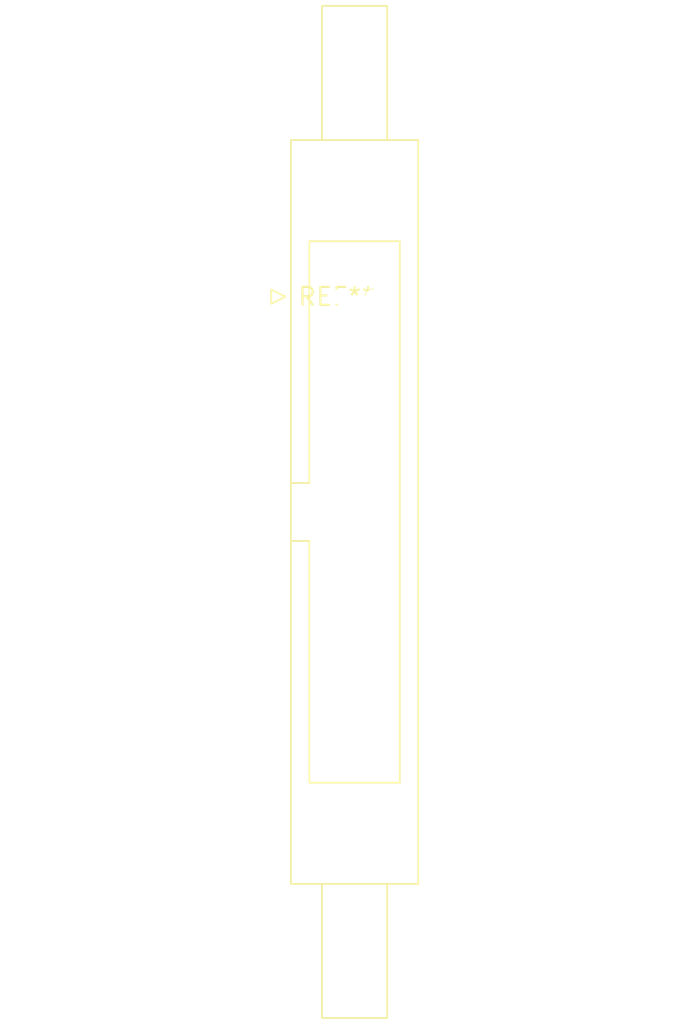
<source format=kicad_pcb>
(kicad_pcb (version 20240108) (generator pcbnew)
  (layers (0 "F.Cu" signal) (31 "B.Cu" signal) (34 "B.Paste" user) (35 "F.Paste" user) (36 "B.SilkS" user "B.Silkscreen") (37 "F.SilkS" user "F.Silkscreen") (38 "B.Mask" user) (39 "F.Mask" user) (44 "Edge.Cuts" user))
  (net 0 "")
  (footprint "IDC-Header_2x13_P2.54mm_Latch9.5mm_Vertical" (layer "F.Cu") (at 0 0)
    (property "Reference" "REF**")
    (property "Value" "IDC-Header_2x13_P2.54mm_Latch9.5mm_Vertical")
    (fp_line (start -4.63 -0.5) (end -4.63 0.5) (layer "F.SilkS") (stroke (width 0.12)))
    (fp_line (start -4.63 0.5) (end -3.63 0) (layer "F.SilkS") (stroke (width 0.12)))
    (fp_line (start -3.63 0) (end -4.63 -0.5) (layer "F.SilkS") (stroke (width 0.12)))
    (fp_line (start -3.24 -11.08) (end 5.78 -11.08) (layer "F.SilkS") (stroke (width 0.12)))
    (fp_line (start -3.24 13.19) (end -1.93 13.19) (layer "F.SilkS") (stroke (width 0.12)))
    (fp_line (start -3.24 41.56) (end -3.24 -11.08) (layer "F.SilkS") (stroke (width 0.12)))
    (fp_line (start -1.93 -3.92) (end 4.47 -3.92) (layer "F.SilkS") (stroke (width 0.12)))
    (fp_line (start -1.93 13.19) (end -1.93 -3.92) (layer "F.SilkS") (stroke (width 0.12)))
    (fp_line (start -1.93 17.29) (end -3.24 17.29) (layer "F.SilkS") (stroke (width 0.12)))
    (fp_line (start -1.93 17.29) (end -1.93 17.29) (layer "F.SilkS") (stroke (width 0.12)))
    (fp_line (start -1.93 34.4) (end -1.93 17.29) (layer "F.SilkS") (stroke (width 0.12)))
    (fp_line (start -1.04 -20.58) (end 3.58 -20.58) (layer "F.SilkS") (stroke (width 0.12)))
    (fp_line (start -1.04 -11.08) (end -1.04 -20.58) (layer "F.SilkS") (stroke (width 0.12)))
    (fp_line (start -1.04 41.56) (end -1.04 51.06) (layer "F.SilkS") (stroke (width 0.12)))
    (fp_line (start -1.04 51.06) (end 3.58 51.06) (layer "F.SilkS") (stroke (width 0.12)))
    (fp_line (start 3.58 -20.58) (end 3.58 -11.08) (layer "F.SilkS") (stroke (width 0.12)))
    (fp_line (start 3.58 51.06) (end 3.58 41.56) (layer "F.SilkS") (stroke (width 0.12)))
    (fp_line (start 4.47 -3.92) (end 4.47 34.4) (layer "F.SilkS") (stroke (width 0.12)))
    (fp_line (start 4.47 34.4) (end -1.93 34.4) (layer "F.SilkS") (stroke (width 0.12)))
    (fp_line (start 5.78 -11.08) (end 5.78 41.56) (layer "F.SilkS") (stroke (width 0.12)))
    (fp_line (start 5.78 41.56) (end -3.24 41.56) (layer "F.SilkS") (stroke (width 0.12)))
    (pad "1" thru_hole roundrect (at 0 0) (size 1.7 1.7) (drill 1) (layers *.Cu *.Mask) (remove_unused_layers) (roundrect_rratio 0.147059))
    (pad "2" thru_hole circle (at 2.54 0) (size 1.7 1.7) (drill 1) (layers *.Cu *.Mask) (remove_unused_layers))
    (pad "3" thru_hole circle (at 0 2.54) (size 1.7 1.7) (drill 1) (layers *.Cu *.Mask) (remove_unused_layers))
    (pad "4" thru_hole circle (at 2.54 2.54) (size 1.7 1.7) (drill 1) (layers *.Cu *.Mask) (remove_unused_layers))
    (pad "5" thru_hole circle (at 0 5.08) (size 1.7 1.7) (drill 1) (layers *.Cu *.Mask) (remove_unused_layers))
    (pad "6" thru_hole circle (at 2.54 5.08) (size 1.7 1.7) (drill 1) (layers *.Cu *.Mask) (remove_unused_layers))
    (pad "7" thru_hole circle (at 0 7.62) (size 1.7 1.7) (drill 1) (layers *.Cu *.Mask) (remove_unused_layers))
    (pad "8" thru_hole circle (at 2.54 7.62) (size 1.7 1.7) (drill 1) (layers *.Cu *.Mask) (remove_unused_layers))
    (pad "9" thru_hole circle (at 0 10.16) (size 1.7 1.7) (drill 1) (layers *.Cu *.Mask) (remove_unused_layers))
    (pad "10" thru_hole circle (at 2.54 10.16) (size 1.7 1.7) (drill 1) (layers *.Cu *.Mask) (remove_unused_layers))
    (pad "11" thru_hole circle (at 0 12.7) (size 1.7 1.7) (drill 1) (layers *.Cu *.Mask) (remove_unused_layers))
    (pad "12" thru_hole circle (at 2.54 12.7) (size 1.7 1.7) (drill 1) (layers *.Cu *.Mask) (remove_unused_layers))
    (pad "13" thru_hole circle (at 0 15.24) (size 1.7 1.7) (drill 1) (layers *.Cu *.Mask) (remove_unused_layers))
    (pad "14" thru_hole circle (at 2.54 15.24) (size 1.7 1.7) (drill 1) (layers *.Cu *.Mask) (remove_unused_layers))
    (pad "15" thru_hole circle (at 0 17.78) (size 1.7 1.7) (drill 1) (layers *.Cu *.Mask) (remove_unused_layers))
    (pad "16" thru_hole circle (at 2.54 17.78) (size 1.7 1.7) (drill 1) (layers *.Cu *.Mask) (remove_unused_layers))
    (pad "17" thru_hole circle (at 0 20.32) (size 1.7 1.7) (drill 1) (layers *.Cu *.Mask) (remove_unused_layers))
    (pad "18" thru_hole circle (at 2.54 20.32) (size 1.7 1.7) (drill 1) (layers *.Cu *.Mask) (remove_unused_layers))
    (pad "19" thru_hole circle (at 0 22.86) (size 1.7 1.7) (drill 1) (layers *.Cu *.Mask) (remove_unused_layers))
    (pad "20" thru_hole circle (at 2.54 22.86) (size 1.7 1.7) (drill 1) (layers *.Cu *.Mask) (remove_unused_layers))
    (pad "21" thru_hole circle (at 0 25.4) (size 1.7 1.7) (drill 1) (layers *.Cu *.Mask) (remove_unused_layers))
    (pad "22" thru_hole circle (at 2.54 25.4) (size 1.7 1.7) (drill 1) (layers *.Cu *.Mask) (remove_unused_layers))
    (pad "23" thru_hole circle (at 0 27.94) (size 1.7 1.7) (drill 1) (layers *.Cu *.Mask) (remove_unused_layers))
    (pad "24" thru_hole circle (at 2.54 27.94) (size 1.7 1.7) (drill 1) (layers *.Cu *.Mask) (remove_unused_layers))
    (pad "25" thru_hole circle (at 0 30.48) (size 1.7 1.7) (drill 1) (layers *.Cu *.Mask) (remove_unused_layers))
    (pad "26" thru_hole circle (at 2.54 30.48) (size 1.7 1.7) (drill 1) (layers *.Cu *.Mask) (remove_unused_layers))
  )
)
</source>
